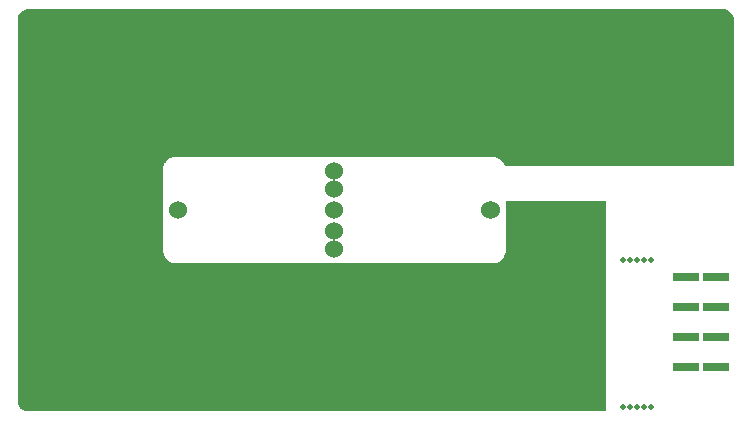
<source format=gtl>
G04*
G04 #@! TF.GenerationSoftware,Altium Limited,Altium Designer,18.1.7 (191)*
G04*
G04 Layer_Physical_Order=1*
G04 Layer_Color=255*
%FSLAX44Y44*%
%MOMM*%
G71*
G01*
G75*
%ADD15C,1.5240*%
%ADD16R,2.2900X0.7600*%
%ADD17C,0.5000*%
G36*
X332322Y169655D02*
X333771Y169055D01*
X335075Y168184D01*
X336184Y167075D01*
X337055Y165771D01*
X337655Y164322D01*
X337961Y162784D01*
X337961Y162000D01*
Y143055D01*
D01*
Y37500D01*
X144427D01*
X143859Y38870D01*
X143720Y39079D01*
X143624Y39311D01*
X142666Y40744D01*
X142488Y40921D01*
X142349Y41130D01*
X141130Y42349D01*
X140921Y42488D01*
X140744Y42666D01*
X139311Y43623D01*
X139079Y43720D01*
X138870Y43859D01*
X137278Y44519D01*
X137032Y44568D01*
X136800Y44664D01*
X135109Y45000D01*
X134858D01*
X134612Y45049D01*
X-135739D01*
X-135985Y45000D01*
X-136236D01*
X-137685Y44712D01*
X-137917Y44616D01*
X-138163Y44567D01*
X-139528Y44001D01*
X-139737Y43862D01*
X-139969Y43766D01*
X-141197Y42945D01*
X-141375Y42768D01*
X-141583Y42628D01*
X-142628Y41583D01*
X-142767Y41375D01*
X-142945Y41197D01*
X-143766Y39969D01*
X-143862Y39737D01*
X-144001Y39528D01*
X-144567Y38163D01*
X-144616Y37917D01*
X-144712Y37685D01*
X-145000Y36236D01*
Y35985D01*
X-145049Y35739D01*
Y35000D01*
Y-33750D01*
X-145049Y-34612D01*
X-145000Y-34858D01*
Y-35109D01*
X-144664Y-36800D01*
X-144568Y-37032D01*
X-144519Y-37278D01*
X-143859Y-38870D01*
X-143720Y-39079D01*
X-143624Y-39311D01*
X-142666Y-40744D01*
X-142488Y-40921D01*
X-142349Y-41130D01*
X-141130Y-42349D01*
X-140921Y-42488D01*
X-140744Y-42666D01*
X-139311Y-43623D01*
X-139079Y-43720D01*
X-138870Y-43859D01*
X-137278Y-44519D01*
X-137031Y-44568D01*
X-136800Y-44664D01*
X-135109Y-45000D01*
X-134858D01*
X-134612Y-45049D01*
X-133750Y-45049D01*
X134612D01*
X134858Y-45000D01*
X135109D01*
X136799Y-44664D01*
X137031Y-44568D01*
X137278Y-44519D01*
X138870Y-43859D01*
X139079Y-43720D01*
X139311Y-43623D01*
X140744Y-42666D01*
X140921Y-42488D01*
X141130Y-42349D01*
X142349Y-41130D01*
X142488Y-40922D01*
X142666Y-40744D01*
X143624Y-39311D01*
X143720Y-39079D01*
X143859Y-38870D01*
X144519Y-37278D01*
X144568Y-37032D01*
X144664Y-36800D01*
X145000Y-35109D01*
Y-34858D01*
X145049Y-34612D01*
Y-33750D01*
X145049Y-33750D01*
Y8000D01*
X230000D01*
Y-132500D01*
Y-169961D01*
X-260784D01*
X-262322Y-169655D01*
X-263771Y-169055D01*
X-265075Y-168184D01*
X-266184Y-167075D01*
X-267055Y-165771D01*
X-267655Y-164322D01*
X-267961Y-162784D01*
Y-162000D01*
X-267961Y162000D01*
Y162000D01*
Y162000D01*
X-267961Y162784D01*
X-267655Y164322D01*
X-267055Y165771D01*
X-266184Y167075D01*
X-265075Y168184D01*
X-263771Y169055D01*
X-262322Y169655D01*
X-260784Y169961D01*
X-260000Y169961D01*
X330784D01*
X332322Y169655D01*
D02*
G37*
D15*
X133000Y0D02*
D03*
X0Y33000D02*
D03*
Y18000D02*
D03*
Y-18000D02*
D03*
Y-33000D02*
D03*
X131500Y-0D02*
D03*
X0Y0D02*
D03*
X-132000D02*
D03*
D16*
X322700Y76900D02*
D03*
X297300D02*
D03*
X322700Y102300D02*
D03*
X297300D02*
D03*
X322700Y127700D02*
D03*
X297300D02*
D03*
X322700Y153100D02*
D03*
X297300D02*
D03*
X322700Y-133100D02*
D03*
X297300D02*
D03*
X322700Y-107700D02*
D03*
X297300D02*
D03*
X322700Y-82300D02*
D03*
X297300D02*
D03*
X322700Y-56900D02*
D03*
X297300D02*
D03*
D17*
X244000Y-167000D02*
D03*
X250000D02*
D03*
X256000D02*
D03*
X262000D02*
D03*
X268000D02*
D03*
X244000Y-42000D02*
D03*
X250000D02*
D03*
X256000D02*
D03*
X262000D02*
D03*
X268000D02*
D03*
X244000Y41000D02*
D03*
X250000D02*
D03*
X256000D02*
D03*
X262000D02*
D03*
X268000D02*
D03*
Y166000D02*
D03*
X262000D02*
D03*
X256000D02*
D03*
X250000D02*
D03*
X244000D02*
D03*
X224000Y3000D02*
D03*
X152000D02*
D03*
X227000Y-12000D02*
D03*
X149000D02*
D03*
X227000Y-2000D02*
D03*
X224000Y-7000D02*
D03*
X221000Y-2000D02*
D03*
X218000Y-7000D02*
D03*
X215000Y-2000D02*
D03*
X212000Y-7000D02*
D03*
X209000Y-2000D02*
D03*
X206000Y-7000D02*
D03*
X203000Y-2000D02*
D03*
X200000Y-7000D02*
D03*
X197000Y-2000D02*
D03*
X194000Y-7000D02*
D03*
X191000Y-2000D02*
D03*
X188000Y-7000D02*
D03*
X185000Y-2000D02*
D03*
X182000Y-7000D02*
D03*
X179000Y-2000D02*
D03*
X176000Y-7000D02*
D03*
X173000Y-2000D02*
D03*
X170000Y-7000D02*
D03*
X167000Y-2000D02*
D03*
X164000Y-7000D02*
D03*
X158000D02*
D03*
X152000D02*
D03*
X161000Y-2000D02*
D03*
X155000D02*
D03*
X149000D02*
D03*
M02*

</source>
